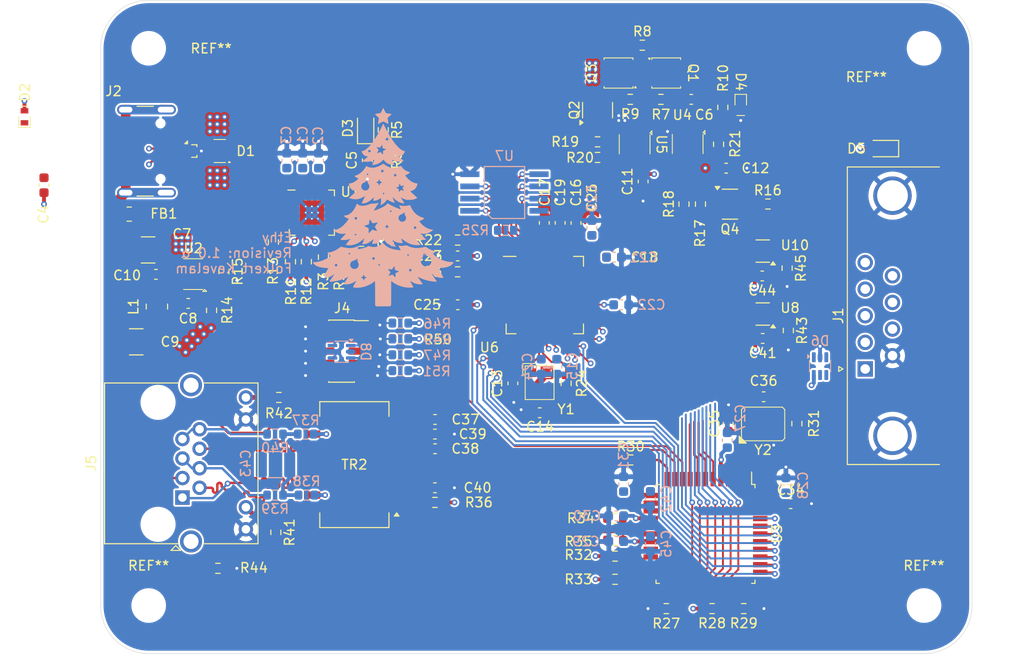
<source format=kicad_pcb>
(kicad_pcb
	(version 20241229)
	(generator "pcbnew")
	(generator_version "9.0")
	(general
		(thickness 1.6)
		(legacy_teardrops no)
	)
	(paper "A4")
	(layers
		(0 "F.Cu" signal)
		(4 "In1.Cu" signal)
		(6 "In2.Cu" signal)
		(2 "B.Cu" signal)
		(9 "F.Adhes" user "F.Adhesive")
		(11 "B.Adhes" user "B.Adhesive")
		(13 "F.Paste" user)
		(15 "B.Paste" user)
		(5 "F.SilkS" user "F.Silkscreen")
		(7 "B.SilkS" user "B.Silkscreen")
		(1 "F.Mask" user)
		(3 "B.Mask" user)
		(17 "Dwgs.User" user "User.Drawings")
		(19 "Cmts.User" user "User.Comments")
		(21 "Eco1.User" user "User.Eco1")
		(23 "Eco2.User" user "User.Eco2")
		(25 "Edge.Cuts" user)
		(27 "Margin" user)
		(31 "F.CrtYd" user "F.Courtyard")
		(29 "B.CrtYd" user "B.Courtyard")
		(35 "F.Fab" user)
		(33 "B.Fab" user)
		(39 "User.1" user)
		(41 "User.2" user)
		(43 "User.3" user)
		(45 "User.4" user)
	)
	(setup
		(stackup
			(layer "F.SilkS"
				(type "Top Silk Screen")
			)
			(layer "F.Paste"
				(type "Top Solder Paste")
			)
			(layer "F.Mask"
				(type "Top Solder Mask")
				(thickness 0.01)
			)
			(layer "F.Cu"
				(type "copper")
				(thickness 0.035)
			)
			(layer "dielectric 1"
				(type "prepreg")
				(thickness 0.1)
				(material "FR4")
				(epsilon_r 4.5)
				(loss_tangent 0.02)
			)
			(layer "In1.Cu"
				(type "copper")
				(thickness 0.035)
			)
			(layer "dielectric 2"
				(type "core")
				(thickness 1.24)
				(material "FR4")
				(epsilon_r 4.5)
				(loss_tangent 0.02)
			)
			(layer "In2.Cu"
				(type "copper")
				(thickness 0.035)
			)
			(layer "dielectric 3"
				(type "prepreg")
				(thickness 0.1)
				(material "FR4")
				(epsilon_r 4.5)
				(loss_tangent 0.02)
			)
			(layer "B.Cu"
				(type "copper")
				(thickness 0.035)
			)
			(layer "B.Mask"
				(type "Bottom Solder Mask")
				(thickness 0.01)
			)
			(layer "B.Paste"
				(type "Bottom Solder Paste")
			)
			(layer "B.SilkS"
				(type "Bottom Silk Screen")
			)
			(copper_finish "None")
			(dielectric_constraints no)
		)
		(pad_to_mask_clearance 0)
		(allow_soldermask_bridges_in_footprints no)
		(tenting front back)
		(pcbplotparams
			(layerselection 0x00000000_00000000_55555555_5755f5ff)
			(plot_on_all_layers_selection 0x00000000_00000000_00000000_00000000)
			(disableapertmacros no)
			(usegerberextensions no)
			(usegerberattributes yes)
			(usegerberadvancedattributes yes)
			(creategerberjobfile yes)
			(dashed_line_dash_ratio 12.000000)
			(dashed_line_gap_ratio 3.000000)
			(svgprecision 4)
			(plotframeref no)
			(mode 1)
			(useauxorigin no)
			(hpglpennumber 1)
			(hpglpenspeed 20)
			(hpglpendiameter 15.000000)
			(pdf_front_fp_property_popups yes)
			(pdf_back_fp_property_popups yes)
			(pdf_metadata yes)
			(pdf_single_document no)
			(dxfpolygonmode yes)
			(dxfimperialunits yes)
			(dxfusepcbnewfont yes)
			(psnegative no)
			(psa4output no)
			(plot_black_and_white yes)
			(sketchpadsonfab no)
			(plotpadnumbers no)
			(hidednponfab no)
			(sketchdnponfab yes)
			(crossoutdnponfab yes)
			(subtractmaskfromsilk no)
			(outputformat 1)
			(mirror no)
			(drillshape 0)
			(scaleselection 1)
			(outputdirectory "output/")
		)
	)
	(net 0 "")
	(net 1 "/Power/2v7")
	(net 2 "GND")
	(net 3 "Net-(U1-VREG_1V2)")
	(net 4 "Net-(U1-VDD)")
	(net 5 "/Power/Vbus")
	(net 6 "Net-(D3-K)")
	(net 7 "Net-(C6-Pad1)")
	(net 8 "+VDC")
	(net 9 "Net-(U2-CB)")
	(net 10 "Net-(U2-SW)")
	(net 11 "+3V3")
	(net 12 "Net-(U6-Xin)")
	(net 13 "Net-(C14-Pad2)")
	(net 14 "+1V1")
	(net 15 "Net-(U3-Vcap)")
	(net 16 "Net-(U3-OSC1)")
	(net 17 "Net-(C36-Pad1)")
	(net 18 "MAG_IN+")
	(net 19 "TPIN+")
	(net 20 "MAG_IN-")
	(net 21 "TPIN-")
	(net 22 "MAG_IN_Center")
	(net 23 "MAG_OUT_Center")
	(net 24 "Net-(C43-Pad2)")
	(net 25 "GNDPWR")
	(net 26 "/Power/CC2")
	(net 27 "/Power/CC1")
	(net 28 "Net-(D5-K)")
	(net 29 "DATA_LED")
	(net 30 "sense_2_proc")
	(net 31 "sense_1_proc")
	(net 32 "CLK_LED")
	(net 33 "/P3")
	(net 34 "/P4")
	(net 35 "/P2")
	(net 36 "/P1")
	(net 37 "Net-(J2-SHIELD)")
	(net 38 "Net-(U11-D+)")
	(net 39 "Net-(U11-D-)")
	(net 40 "RX+")
	(net 41 "TX-")
	(net 42 "Net-(J5-Pad10)")
	(net 43 "Net-(J5-Pad7)")
	(net 44 "Net-(J5-Pad4)")
	(net 45 "RX-")
	(net 46 "Net-(J5-Pad12)")
	(net 47 "TX+")
	(net 48 "Net-(Q1-Pad4)")
	(net 49 "Net-(Q2-G)")
	(net 50 "Net-(Q2-D)")
	(net 51 "Net-(Q4-D)")
	(net 52 "Net-(Q4-G)")
	(net 53 "Net-(U1-ADDR0)")
	(net 54 "Net-(U1-ADDR1)")
	(net 55 "Net-(U1-VBUS_VS_DISCH)")
	(net 56 "/Power/DISCH")
	(net 57 "SCL")
	(net 58 "SDA")
	(net 59 "RESET")
	(net 60 "Net-(U2-FB)")
	(net 61 "Discharge")
	(net 62 "Net-(R20-Pad2)")
	(net 63 "Net-(U1-VBUS_EN_SNK)")
	(net 64 "D-")
	(net 65 "D+")
	(net 66 "Net-(U6-Xout)")
	(net 67 "Net-(U6-QSPI_SS_N)")
	(net 68 "~{INT}")
	(net 69 "Net-(U3-PSPCFG0)")
	(net 70 "Net-(U3-Rbias)")
	(net 71 "Net-(U3-OSC2)")
	(net 72 "MAG_OUT+")
	(net 73 "MAG_OUT-")
	(net 74 "Net-(TR2-C_RX)")
	(net 75 "Net-(TR2-C_TX)")
	(net 76 "LED_B")
	(net 77 "LED_A")
	(net 78 "Net-(U6-SWCLK)")
	(net 79 "unconnected-(U1-POWER_OK3-Pad14)")
	(net 80 "unconnected-(U1-A_B_SIDE-Pad17)")
	(net 81 "unconnected-(U1-POWER_OK2-Pad20)")
	(net 82 "ALERT")
	(net 83 "unconnected-(U1-NC-Pad3)")
	(net 84 "unconnected-(U1-Attach-Pad11)")
	(net 85 "unconnected-(U1-GPIO-Pad15)")
	(net 86 "Net-(U3-AD3)")
	(net 87 "Net-(U3-AD12)")
	(net 88 "Net-(U3-AD14)")
	(net 89 "Net-(U3-AD10)")
	(net 90 "Net-(U3-AD5)")
	(net 91 "Net-(U3-AD9)")
	(net 92 "Net-(U3-AD4)")
	(net 93 "unconnected-(U3-CLKOUT-Pad23)")
	(net 94 "Net-(U3-AD2)")
	(net 95 "Net-(U3-AD11)")
	(net 96 "Net-(U3-AD8)")
	(net 97 "Net-(U3-AD13)")
	(net 98 "Net-(U3-AD1)")
	(net 99 "Net-(U3-AD0)")
	(net 100 "Net-(U3-AD6)")
	(net 101 "Net-(U3-AD7)")
	(net 102 "Net-(U4-Pad4)")
	(net 103 "Enable")
	(net 104 "Net-(U6-QSPI_SD2)")
	(net 105 "Net-(U6-QSPI_SD1)")
	(net 106 "MEAS_1")
	(net 107 "MEAS_2")
	(net 108 "Net-(U6-QSPI_SD3)")
	(net 109 "Net-(U6-QSPI_SCLK)")
	(net 110 "Net-(U6-QSPI_SD0)")
	(net 111 "Net-(U3-SI{slash}RD{slash}R~{W})")
	(net 112 "Net-(U3-~{CS}{slash}CS)")
	(net 113 "Net-(U3-SO{slash}WR{slash}EN)")
	(net 114 "Net-(U3-SCK{slash}AL)")
	(footprint "Resistor_SMD:R_0603_1608Metric" (layer "F.Cu") (at 109.982 93.16895 -90))
	(footprint "Capacitor_SMD:C_0603_1608Metric" (layer "F.Cu") (at 161.008 109.269 180))
	(footprint "Resistor_SMD:R_0603_1608Metric" (layer "F.Cu") (at 111.76 95.21315 90))
	(footprint "Capacitor_SMD:C_1210_3225Metric" (layer "F.Cu") (at 95.7054 103.5558 180))
	(footprint "Resistor_SMD:R_0603_1608Metric" (layer "F.Cu") (at 145.542 125.857 180))
	(footprint "Pyllr_Package_DFN_QFN:QFN-56_1EP_7.75x7.75mm_P0.4mm_3.2x3.2mm" (layer "F.Cu") (at 138.23 98.6875))
	(footprint "Resistor_SMD:R_0603_1608Metric" (layer "F.Cu") (at 121.412 84.645 -90))
	(footprint "Capacitor_SMD:C_0603_1608Metric" (layer "F.Cu") (at 137.7028 110.9361))
	(footprint "Capacitor_SMD:C_0603_1608Metric" (layer "F.Cu") (at 134.9088 107.8751 90))
	(footprint "Capacitor_SMD:C_0603_1608Metric" (layer "F.Cu") (at 126.804 111.633 180))
	(footprint "Resistor_SMD:R_0603_1608Metric" (layer "F.Cu") (at 154.432 89.2178 -90))
	(footprint "Capacitor_SMD:C_0603_1608Metric" (layer "F.Cu") (at 157.109 85.4802 180))
	(footprint "Capacitor_SMD:C_0603_1608Metric" (layer "F.Cu") (at 126.791 113.157 180))
	(footprint "Pyllr_Package_Crystal:CFPX-180" (layer "F.Cu") (at 160.952 112.102))
	(footprint "Resistor_SMD:R_0603_1608Metric" (layer "F.Cu") (at 147.1218 78.3174))
	(footprint "MountingHole:MountingHole_3.2mm_M3" (layer "F.Cu") (at 97 73))
	(footprint "Capacitor_SMD:C_0603_1608Metric" (layer "F.Cu") (at 145.428 94.742))
	(footprint "Resistor_SMD:R_0603_1608Metric" (layer "F.Cu") (at 148.3796 72.6786))
	(footprint "Connector_Dsub:DSUB-9_Pins_Horizontal_P2.77x2.84mm_EdgePinOffset4.94mm_Housed_MountingHolesOffset4.94mm" (layer "F.Cu") (at 171.577 106.378 90))
	(footprint "Package_TO_SOT_SMD:SOT-353_SC-70-5" (layer "F.Cu") (at 160.909 100.6602 180))
	(footprint "Resistor_SMD:R_0603_1608Metric" (layer "F.Cu") (at 103.5462 100.2758 90))
	(footprint "Resistor_SMD:R_0603_1608Metric" (layer "F.Cu") (at 145.542 128.27))
	(footprint "Resistor_SMD:R_0603_1608Metric" (layer "F.Cu") (at 145.529 121.92 180))
	(footprint "Capacitor_SMD:C_0603_1608Metric" (layer "F.Cu") (at 160.909 103.2002))
	(footprint "Capacitor_SMD:C_0603_1608Metric" (layer "F.Cu") (at 157.312 112.076 90))
	(footprint "Package_TO_SOT_SMD:SOT-353_SC-70-5" (layer "F.Cu") (at 160.909 94.107 180))
	(footprint "Resistor_SMD:R_0603_1608Metric" (layer "F.Cu") (at 152.7161 89.2178 -90))
	(footprint "Resistor_SMD:R_0603_1608Metric" (layer "F.Cu") (at 113.411 95.21315 90))
	(footprint "Capacitor_SMD:C_0603_1608Metric" (layer "F.Cu") (at 148.463 86.8642 -90))
	(footprint "Resistor_SMD:R_0603_1608Metric" (layer "F.Cu") (at 156.3166 82.991 90))
	(footprint "Diode_SMD:D_SOD-323" (layer "F.Cu") (at 119.5832 81.3212 90))
	(footprint "Capacitor_SMD:C_0603_1608Metric" (layer "F.Cu") (at 119.761 84.6572 -90))
	(footprint "MountingHole:MountingHole_3.2mm_M3" (layer "F.Cu") (at 97 131))
	(footprint "Capacitor_SMD:C_0603_1608Metric" (layer "F.Cu") (at 153.4726 78.3174))
	(footprint "Capacitor_SMD:C_0603_1608Metric" (layer "F.Cu") (at 101.122 99.5528 180))
	(footprint "Resistor_SMD:R_0603_1608Metric" (layer "F.Cu") (at 155.638 131.318))
	(footprint "Capacitor_SMD:C_0603_1608Metric" (layer "F.Cu") (at 143.129 91.694 90))
	(footprint "Pyllr_Package_TO_SOT_SMD:SOT23-5_2.6W" (layer "F.Cu") (at 147.579 82.991 -90))
	(footprint "MountingHole:MountingHole_3.2mm_M3" (layer "F.Cu") (at 177.7 131))
	(footprint "Package_TO_SOT_SMD:SOT-23-3" (layer "F.Cu") (at 157.4975 89.2242))
	(footprint "Pyllr_Package_TO_SOT_SMD:SOT323-3L" (layer "F.Cu") (at 104.394 83.693 90))
	(footprint "Resistor_SMD:R_0805_2012Metric"
		(layer "F.Cu")
		(uuid "5e442a6c-29f0-4262-8aa0-35abdd3e088a")
		(at 94.9743 90.2619)
		(descr "Resistor SMD 0805 (2012 Metric), square (rectangular) end terminal, IPC-7351 nominal, (Body size source: IPC-SM-782 page 72, https://www.pcb-3d.com/wordpress/wp-content/uploads/ipc-sm-782a_amendment_1_and_2.pdf), generated with kicad-footprint-generator")
		(tags "resistor")
		(property "Reference" "FB1"
			(at 3.6068 -0.0508 0)
			(layer "F.SilkS")
			(uuid "05e6995f-af4f-4ffa-a579-8db0c6c69be2")
			(effects
				(font
					(size 1 1)
					(thickness 0.15)
				)
			)
		)
		(property "Value" "FerriteBead_Small"
			(at 0 1.65 0)
			(layer "F.Fab")
			(uuid "4d9a5581-57e5-420a-b021-9c05dbce0637")
			(effects
				(font
					(size 1 1)
					(thickness 0.15)
				)
			)
		)
		(property "Datasheet" ""
			(at 0 0 0)
			(layer "F.Fab")
			(hide yes)
			(uuid "59f80e43-80fe-4a96-9bad-69e186b5b739")
			(effects
				(font
					(size 1.27 1.27)
					(thickness 0.15)
				)
			)
		)
		(property "Description" "Ferrite bead, small symbol"
			(at 0 0 0)
			(layer "F.Fab")
			(hide yes)
			(uuid "0d40c197-aef4-42d8-9cb8-4f987e1211fd")
			(effects
				(font
					(size 1.27 1.27)
					(thickness 0.15)
				)
			)
		)
		(property ki_fp_filters "Inductor_* L_* *Ferrite*")
		(path "/a3f38914-20f8-40e8-9e67-e1e2d7953203")
		(sheetname "/")
		(sheetfile "Ethy.kicad_sch")
		(attr smd)
		(fp_line
			(start -0.227064 -0.735)
			(end 0.227064 -0.735)
			(stroke
				(width 0.12)
				(type solid)
			)
			(layer "F.SilkS")
			(uuid "0696d7ef-4e3f-472b-b270-2a7e4e07b5cf")
		)
		(fp_line
			(start -0.227064 0.735)
			(end 0.227064 0.735)
			(stroke
				(width 0.12)
				(type solid)
			)
			(layer "F.SilkS")
			(uuid "7b09f688-87d6-4c53-bdae-705c22f3c91d")
		)
		(fp_line
			(start -1.68 -0.95)
			(end 1.68 -0.95)
			(stroke
				(width 0.05)
				(type solid)
			)
			(layer "F.CrtYd")
			(uuid "edc1970a-52c5-46fa-933a-9c5591052001")
		)
		(fp_line
			(start -1.68 0.95)
			(end -1.68 -0.95)

... [1049635 chars truncated]
</source>
